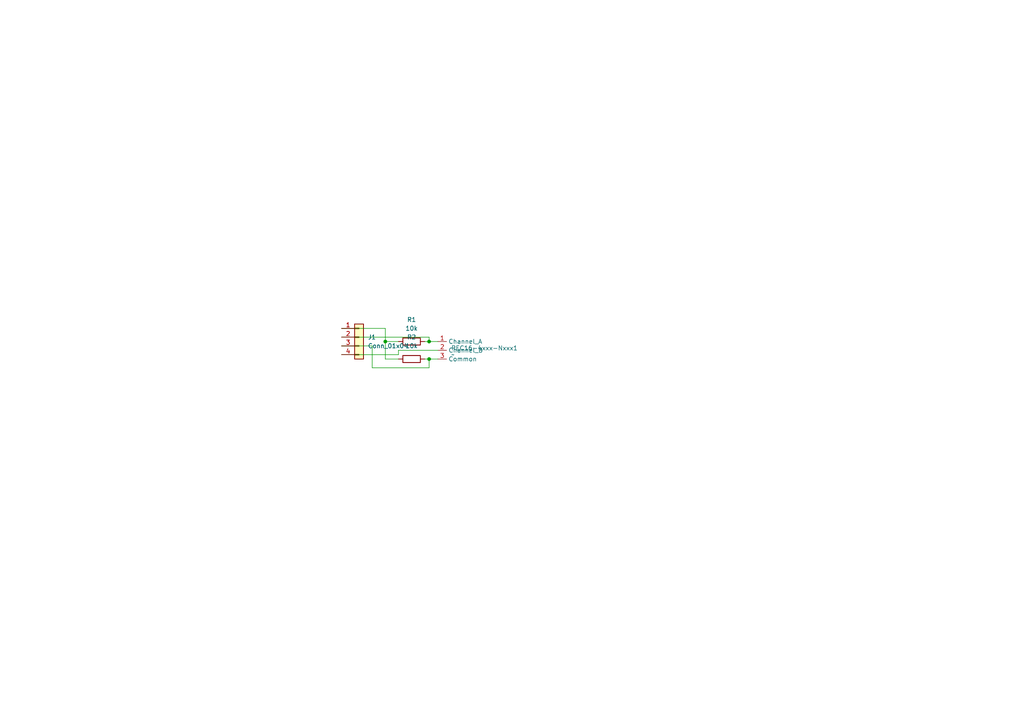
<source format=kicad_sch>
(kicad_sch (version 20231120) (generator "eeschema") (generator_version "8.0")
  (paper "A4")
  (lib_symbols
    (symbol "Connector_Generic:Conn_01x04" (pin_names (offset 1.016) hide)
      (property "Reference" "J" (at 0 5.08 0))
      (property "Value" "Conn_01x04" (at 0 -7.62 0))
      (symbol "Conn_01x04_1_1"
        (rectangle (start -1.27 -4.953) (end 0 -5.207) (stroke (width 0.1524)))
        (rectangle (start -1.27 -2.413) (end 0 -2.667) (stroke (width 0.1524)))
        (rectangle (start -1.27 0.127) (end 0 -0.127) (stroke (width 0.1524)))
        (rectangle (start -1.27 2.667) (end 0 2.413) (stroke (width 0.1524)))
        (rectangle (start -1.27 3.81) (end 1.27 -6.35) (stroke (width 0.254)) (fill (type background)))
        (pin passive line (at -5.08 2.54 0) (length 3.81) (name "Pin_1") (number "1"))
        (pin passive line (at -5.08 0 0) (length 3.81) (name "Pin_2") (number "2"))
        (pin passive line (at -5.08 -2.54 0) (length 3.81) (name "Pin_3") (number "3"))
        (pin passive line (at -5.08 -5.08 0) (length 3.81) (name "Pin_4") (number "4"))
      )
    )
    (symbol "Device:R" (pin_numbers hide) (pin_names (offset 0))
      (property "Reference" "R" (at 2.032 0 90))
      (property "Value" "R" (at 0 0 90))
      (symbol "R_0_1"
        (rectangle (start -1.016 -2.54) (end 1.016 2.54) (stroke (width 0.254)))
      )
      (symbol "R_1_1"
        (pin passive line (at 0 3.81 270) (length 1.27) (name "~") (number "1"))
        (pin passive line (at 0 -3.81 90) (length 1.27) (name "~") (number "2"))
      )
    )
    (symbol "New_Library:PEC16-4xxx-Nxxx"
      (property "Reference" "PEC16-4xxx-Nxxx" (at 3.302 6.604 0))
      (symbol "PEC16-4xxx-Nxxx_1_1"
        (pin output line (at -2.54 2.54 0) (length 2.54) (name "Channel_A") (number "1"))
        (pin output line (at -2.54 0 0) (length 2.54) (name "Channel_B") (number "2"))
        (pin output line (at -2.54 -2.54 0) (length 2.54) (name "Common") (number "3"))
      )
    )
  )
  (junction (at 124.46 99.06))
  (junction (at 124.46 104.14))
  (junction (at 111.76 99.06))
  (wire (pts (xy 124.46 97.79) (xy 99.06 97.79)))
  (wire (pts (xy 107.95 100.33) (xy 99.06 100.33)))
  (wire (pts (xy 124.46 106.68) (xy 107.95 106.68)))
  (wire (pts (xy 111.76 99.06) (xy 111.76 104.14)))
  (wire (pts (xy 124.46 104.14) (xy 127 104.14)))
  (wire (pts (xy 107.95 106.68) (xy 107.95 100.33)))
  (wire (pts (xy 115.57 101.6) (xy 127 101.6)))
  (wire (pts (xy 99.06 102.87) (xy 115.57 102.87)))
  (wire (pts (xy 111.76 104.14) (xy 115.57 104.14)))
  (wire (pts (xy 123.19 99.06) (xy 124.46 99.06)))
  (wire (pts (xy 111.76 95.25) (xy 111.76 99.06)))
  (wire (pts (xy 115.57 102.87) (xy 115.57 101.6)))
  (wire (pts (xy 124.46 99.06) (xy 127 99.06)))
  (wire (pts (xy 124.46 104.14) (xy 124.46 106.68)))
  (wire (pts (xy 123.19 104.14) (xy 124.46 104.14)))
  (wire (pts (xy 124.46 99.06) (xy 124.46 97.79)))
  (wire (pts (xy 99.06 95.25) (xy 111.76 95.25)))
  (wire (pts (xy 111.76 99.06) (xy 115.57 99.06)))
  (symbol (lib_id "Device:R") (at 119.38 99.06 90) (unit 1)
    (property "Reference" "R1" (at 119.38 92.71 90))
    (property "Value" "10k" (at 119.38 95.25 90))
    (property "Footprint" "Resistor_SMD:R_0805_2012Metric_Pad1.20x1.40mm_HandSolder" (effects (hide yes)))
    (property "Description" "Resistor" (effects (hide yes)))
  )
  (symbol (lib_id "Device:R") (at 119.38 104.14 90) (unit 1)
    (property "Reference" "R2" (at 119.38 97.79 90))
    (property "Value" "10k" (at 119.38 100.33 90))
    (property "Footprint" "Resistor_SMD:R_0805_2012Metric_Pad1.20x1.40mm_HandSolder" (effects (hide yes)))
    (property "Description" "Resistor" (effects (hide yes)))
  )
  (symbol (lib_id "New_Library:PEC16-4xxx-Nxxx") (at 129.54 101.6 0) (unit 1)
    (property "Reference" "PEC16-4xxx-Nxxx1" (at 130.81 100.9649 0) (effects (justify left)))
    (property "Value" "~" (at 130.81 102.87 0) (effects (justify left)))
    (property "Footprint" "Library:PEC16-4XXXF-SXXXX_16X17P3_BRN" (effects (hide yes)))
  )
  (symbol (lib_id "Connector_Generic:Conn_01x04") (at 104.14 97.79 0) (unit 1)
    (property "Reference" "J1" (at 106.68 97.7899 0) (effects (justify left)))
    (property "Value" "Conn_01x04" (at 106.68 100.3299 0) (effects (justify left)))
    (property "Footprint" "Connector_JST:JST_XH_B4B-XH-A_1x04_P2.50mm_Vertical" (effects (hide yes)))
    (property "Description" "Generic connector, single row, 01x04, script generated (kicad-library-utils/schlib/autogen/connector/)" (effects (hide yes)))
  )
)
</source>
